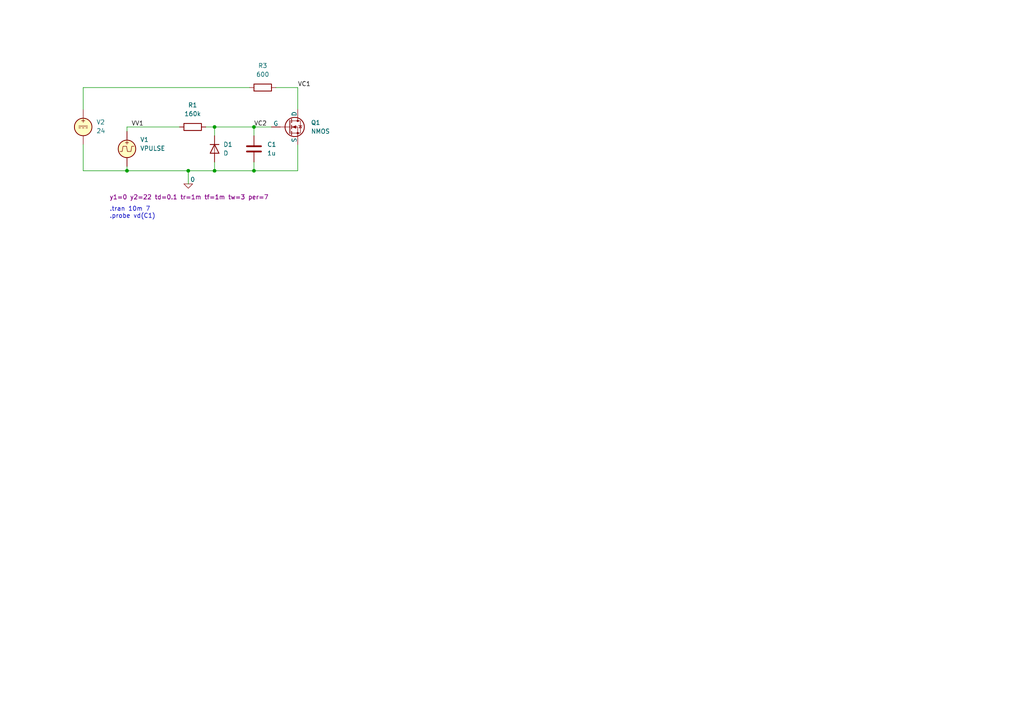
<source format=kicad_sch>
(kicad_sch (version 20230121) (generator eeschema)
  (paper "A4")
  (lib_symbols
    (symbol "Device:C" (pin_numbers hide) (pin_names (offset 0.254))
      (property "Reference" "C" (at 0.635 2.54 0))
      (property "Value" "C" (at 0.635 -2.54 0))
      (symbol "C_0_1"
        (polyline (pts (xy -2.032 -0.762) (xy 2.032 -0.762)) (stroke (width 0.508)))
        (polyline (pts (xy -2.032 0.762) (xy 2.032 0.762)) (stroke (width 0.508)))
      )
      (symbol "C_1_1"
        (pin passive line (at 0 3.81 270) (length 2.794) (name "~") (number "1"))
        (pin passive line (at 0 -3.81 90) (length 2.794) (name "~") (number "2"))
      )
    )
    (symbol "Device:D" (pin_numbers hide) (pin_names (offset 1.016) hide)
      (property "Reference" "D" (at 0 2.54 0))
      (property "Value" "D" (at 0 -2.54 0))
      (symbol "D_0_1"
        (polyline (pts (xy -1.27 1.27) (xy -1.27 -1.27)) (stroke (width 0.254)))
        (polyline (pts (xy 1.27 0) (xy -1.27 0)))
        (polyline (pts (xy 1.27 1.27) (xy 1.27 -1.27) (xy -1.27 0) (xy 1.27 1.27)) (stroke (width 0.254)))
      )
      (symbol "D_1_1"
        (pin passive line (at -3.81 0 0) (length 2.54) (name "K") (number "1"))
        (pin passive line (at 3.81 0 180) (length 2.54) (name "A") (number "2"))
      )
    )
    (symbol "Device:R" (pin_numbers hide) (pin_names (offset 0))
      (property "Reference" "R" (at 2.032 0 90))
      (property "Value" "R" (at 0 0 90))
      (symbol "R_0_1"
        (rectangle (start -1.016 -2.54) (end 1.016 2.54) (stroke (width 0.254)))
      )
      (symbol "R_1_1"
        (pin passive line (at 0 3.81 270) (length 1.27) (name "~") (number "1"))
        (pin passive line (at 0 -3.81 90) (length 1.27) (name "~") (number "2"))
      )
    )
    (symbol "Simulation_SPICE:0" (power) (pin_names (offset 0))
      (property "Value" "0" (at 0 -1.778 0))
      (symbol "0_0_1"
        (polyline (pts (xy -1.27 0) (xy 0 -1.27) (xy 1.27 0) (xy -1.27 0)))
      )
      (symbol "0_1_1"
        (pin power_in line (at 0 0 0) (length 0) hide (name "0") (number "1"))
      )
    )
    (symbol "Simulation_SPICE:NMOS" (pin_numbers hide) (pin_names (offset 0))
      (property "Reference" "Q" (at 5.08 1.27 0))
      (property "Value" "NMOS" (at 5.08 -1.27 0))
      (symbol "NMOS_0_1"
        (polyline (pts (xy 0.254 0) (xy -2.54 0)))
        (polyline (pts (xy 0.254 1.905) (xy 0.254 -1.905)) (stroke (width 0.254)))
        (polyline (pts (xy 0.762 -1.27) (xy 0.762 -2.286)) (stroke (width 0.254)))
        (polyline (pts (xy 0.762 0.508) (xy 0.762 -0.508)) (stroke (width 0.254)))
        (polyline (pts (xy 0.762 2.286) (xy 0.762 1.27)) (stroke (width 0.254)))
        (polyline (pts (xy 2.54 2.54) (xy 2.54 1.778)))
        (polyline (pts (xy 2.54 -2.54) (xy 2.54 0) (xy 0.762 0)))
        (polyline (pts (xy 0.762 -1.778) (xy 3.302 -1.778) (xy 3.302 1.778) (xy 0.762 1.778)))
        (polyline (pts (xy 1.016 0) (xy 2.032 0.381) (xy 2.032 -0.381) (xy 1.016 0)) (fill (type outline)))
        (polyline (pts (xy 2.794 0.508) (xy 2.921 0.381) (xy 3.683 0.381) (xy 3.81 0.254)))
        (polyline (pts (xy 3.302 0.381) (xy 2.921 -0.254) (xy 3.683 -0.254) (xy 3.302 0.381)))
        (circle (center 1.651 0) (radius 2.794) (stroke (width 0.254)))
        (circle (center 2.54 -1.778) (radius 0.254) (fill (type outline)))
        (circle (center 2.54 1.778) (radius 0.254) (fill (type outline)))
      )
      (symbol "NMOS_1_1"
        (pin passive line (at 2.54 5.08 270) (length 2.54) (name "D") (number "1"))
        (pin input line (at -5.08 0 0) (length 2.54) (name "G") (number "2"))
        (pin passive line (at 2.54 -5.08 90) (length 2.54) (name "S") (number "3"))
      )
    )
    (symbol "Simulation_SPICE:VDC" (pin_numbers hide) (pin_names (offset 0.0254))
      (property "Reference" "V" (at 2.54 2.54 0))
      (property "Value" "1" (at 2.54 0 0))
      (symbol "VDC_0_0"
        (polyline (pts (xy -1.27 0.254) (xy 1.27 0.254)))
        (polyline (pts (xy -0.762 -0.254) (xy -1.27 -0.254)))
        (polyline (pts (xy 0.254 -0.254) (xy -0.254 -0.254)))
        (polyline (pts (xy 1.27 -0.254) (xy 0.762 -0.254)))
        (text "+" (at 0 1.905 0) (effects (font (size 1.27 1.27))))
      )
      (symbol "VDC_0_1"
        (circle (center 0 0) (radius 2.54) (stroke (width 0.254)) (fill (type background)))
      )
      (symbol "VDC_1_1"
        (pin passive line (at 0 5.08 270) (length 2.54) (name "~") (number "1"))
        (pin passive line (at 0 -5.08 90) (length 2.54) (name "~") (number "2"))
      )
    )
    (symbol "Simulation_SPICE:VPULSE" (pin_numbers hide) (pin_names (offset 0.0254))
      (property "Reference" "V" (at 2.54 2.54 0))
      (property "Value" "VPULSE" (at 2.54 0 0))
      (property "Sim.Params" "y1=0 y2=1 td=2n tr=2n tf=2n tw=50n per=100n" (at 2.54 -2.54 0))
      (symbol "VPULSE_0_0"
        (polyline (pts (xy -2.032 -0.762) (xy -1.397 -0.762) (xy -1.143 0.762) (xy -0.127 0.762) (xy 0.127 -0.762) (xy 1.143 -0.762) (xy 1.397 0.762) (xy 2.032 0.762)))
        (text "+" (at 0 1.905 0) (effects (font (size 1.27 1.27))))
      )
      (symbol "VPULSE_0_1"
        (circle (center 0 0) (radius 2.54) (stroke (width 0.254)) (fill (type background)))
      )
      (symbol "VPULSE_1_1"
        (pin passive line (at 0 5.08 270) (length 2.54) (name "~") (number "1"))
        (pin passive line (at 0 -5.08 90) (length 2.54) (name "~") (number "2"))
      )
    )
  )
  (junction (at 73.66 49.53))
  (junction (at 54.61 49.53))
  (junction (at 73.66 36.83))
  (junction (at 62.23 49.53))
  (junction (at 62.23 36.83))
  (junction (at 36.83 49.53))
  (wire (pts (xy 73.66 36.83) (xy 78.74 36.83)))
  (wire (pts (xy 62.23 39.37) (xy 62.23 36.83)))
  (wire (pts (xy 36.83 49.53) (xy 36.83 48.26)))
  (wire (pts (xy 54.61 53.34) (xy 54.61 49.53)))
  (wire (pts (xy 54.61 49.53) (xy 62.23 49.53)))
  (wire (pts (xy 62.23 36.83) (xy 73.66 36.83)))
  (wire (pts (xy 24.13 31.75) (xy 24.13 25.4)))
  (wire (pts (xy 59.69 36.83) (xy 62.23 36.83)))
  (wire (pts (xy 62.23 49.53) (xy 73.66 49.53)))
  (wire (pts (xy 24.13 49.53) (xy 36.83 49.53)))
  (wire (pts (xy 86.36 41.91) (xy 86.36 49.53)))
  (wire (pts (xy 73.66 36.83) (xy 73.66 39.37)))
  (wire (pts (xy 24.13 41.91) (xy 24.13 49.53)))
  (wire (pts (xy 24.13 25.4) (xy 72.39 25.4)))
  (wire (pts (xy 80.01 25.4) (xy 86.36 25.4)))
  (wire (pts (xy 73.66 46.99) (xy 73.66 49.53)))
  (wire (pts (xy 86.36 25.4) (xy 86.36 31.75)))
  (wire (pts (xy 62.23 46.99) (xy 62.23 49.53)))
  (wire (pts (xy 36.83 36.83) (xy 52.07 36.83)))
  (wire (pts (xy 36.83 49.53) (xy 54.61 49.53)))
  (wire (pts (xy 36.83 36.83) (xy 36.83 38.1)))
  (wire (pts (xy 73.66 49.53) (xy 86.36 49.53)))
  (text ".tran 10m 7\n.probe vd(C1)" (at 31.75 63.5 0) (effects (font (size 1.27 1.27)) (justify left bottom)))
  (label "VV1" (at 38.1 36.83 0))
  (label "VC1" (at 86.36 25.4 0))
  (label "VC2" (at 73.66 36.83 0))
  (symbol (lib_id "Device:R") (at 55.88 36.83 90) (unit 1)
    (property "Reference" "R1" (at 55.88 30.48 90))
    (property "Value" "160k" (at 55.88 33.02 90))
  )
  (symbol (lib_id "Simulation_SPICE:0") (at 54.61 53.34 0) (unit 1)
    (property "Reference" "#GND01" (effects hide))
    (property "Value" "0" (at 55.88 52.07 0))
  )
  (symbol (lib_id "Device:R") (at 76.2 25.4 90) (unit 1)
    (property "Reference" "R3" (at 76.2 19.05 90))
    (property "Value" "600" (at 76.2 21.59 90))
  )
  (symbol (lib_id "Simulation_SPICE:NMOS") (at 83.82 36.83 0) (unit 1)
    (property "Reference" "Q1" (at 90.17 35.56 0) (effects (justify left)))
    (property "Value" "NMOS" (at 90.17 38.1 0) (effects (justify left)))
    (property "Datasheet" "https://ngspice.sourceforge.io/docs/ngspice-manual.pdf" (effects hide))
    (property "Sim.Library" "bs170.lib" (effects hide))
    (property "Sim.Name" "BS170" (effects hide))
    (property "Sim.Device" "NMOS" (effects hide))
    (property "Sim.Type" "VDMOS" (effects hide))
    (property "Sim.Pins" "1=D 2=G 3=S" (effects hide))
  )
  (symbol (lib_id "Simulation_SPICE:VPULSE") (at 36.83 43.18 0) (unit 1)
    (property "Reference" "V1" (at 40.64 40.5102 0) (effects (justify left)))
    (property "Value" "VPULSE" (at 40.64 43.0502 0) (effects (justify left)))
    (property "Sim.Pins" "1=+ 2=-" (effects hide))
    (property "Sim.Type" "PULSE" (effects hide))
    (property "Sim.Device" "V" (effects hide))
    (property "Sim.Params" "y1=0 y2=22 td=0.1 tr=1m tf=1m tw=3 per=7" (at 31.75 57.15 0) (effects (justify left)))
  )
  (symbol (lib_id "Device:D") (at 62.23 43.18 270) (unit 1)
    (property "Reference" "D1" (at 64.77 41.91 90) (effects (justify left)))
    (property "Value" "D" (at 64.77 44.45 90) (effects (justify left)))
    (property "Sim.Device" "D" (effects hide))
    (property "Sim.Pins" "1=K 2=A" (effects hide))
    (property "Sim.Params" "bv=5 ibv=0.001" (effects hide))
  )
  (symbol (lib_id "Simulation_SPICE:VDC") (at 24.13 36.83 0) (unit 1)
    (property "Reference" "V2" (at 27.94 35.4302 0) (effects (justify left)))
    (property "Value" "24" (at 27.94 37.9702 0) (effects (justify left)))
    (property "Sim.Pins" "1=+ 2=-" (effects hide))
    (property "Sim.Type" "DC" (effects hide))
    (property "Sim.Device" "V" (effects hide))
  )
  (symbol (lib_id "Device:C") (at 73.66 43.18 0) (unit 1)
    (property "Reference" "C1" (at 77.47 41.91 0) (effects (justify left)))
    (property "Value" "1u" (at 77.47 44.45 0) (effects (justify left)))
  )
)
</source>
